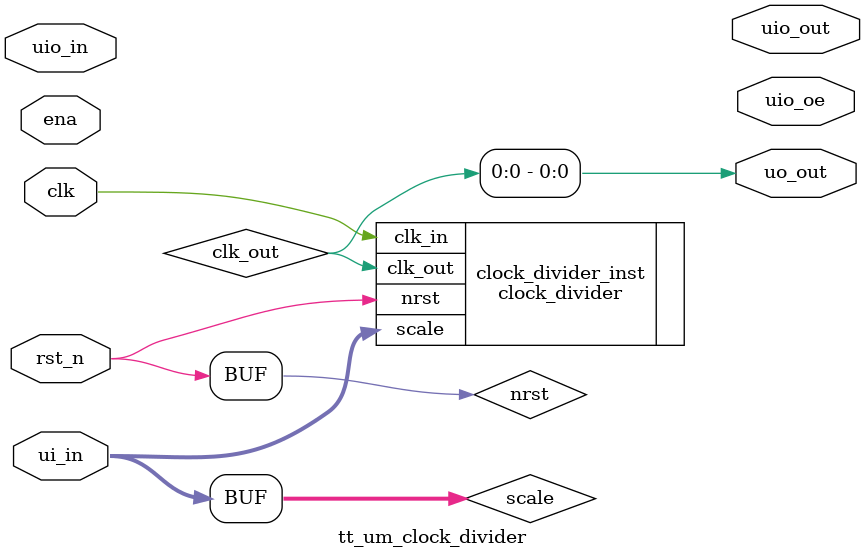
<source format=v>
module tt_um_clock_divider (
    input  wire [7:0] ui_in,    // Dedicated inputs - connected to the input switches
    output wire [7:0] uo_out,   // Dedicated outputs - connected to the 7 segment display
    input  wire [7:0] uio_in,   // IOs: Bidirectional Input path
    output wire [7:0] uio_out,  // IOs: Bidirectional Output path
    output wire [7:0] uio_oe,   // IOs: Bidirectional Enable path (active high: 0=input, 1=output)
    input  wire       ena,      // will go high when the design is enabled
    input  wire       clk,      // clock
    input  wire       rst_n     // reset_n - low to reset
);

    // Ports section
  reg nrst;
  wire [7:0] scale;
  wire clk_out; 

  // Assign inputs, outputs, bidirectional
  // dedicated outputs
  assign uo_out[0] = clk_out;
  
  // reset
  assign rst_n = nrst;
  
  // inputs
  assign ui_in[7:0] = scale[7:0];
  
  clock_divider clock_divider_inst(
    .clk_in(clk),
    .nrst(nrst),
    .scale(ui_in[7:0]),
    .clk_out(clk_out)
  );
endmodule

</source>
